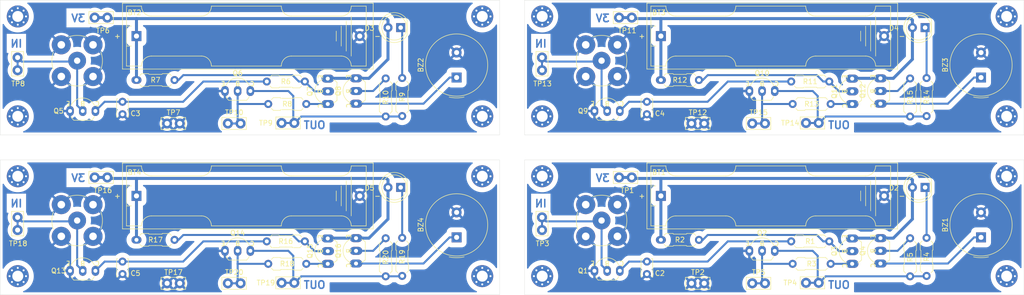
<source format=kicad_pcb>
(kicad_pcb (version 20241229) (generator "pcbnew") (generator_version "9.0")
  (layers (0 "F.Cu" signal) (2 "B.Cu" signal) (13 "F.Paste" user) (15 "B.Paste" user) (5 "F.SilkS" user "F.Silkscreen") (7 "B.SilkS" user "B.Silkscreen") (1 "F.Mask" user) (3 "B.Mask" user) (25 "Edge.Cuts" user))
  (net 0 "")
  (net 1 "/INPUT")
  (net 2 "GND")
  (net 3 "+3V")
  (net 4 "Net-(Q1-C)")
  (net 5 "Net-(D2-K)")
  (net 6 "/OUTPUT")
  (net 7 "Net-(Q3-C)")
  (net 8 "Net-(Q3-B)")
  (net 9 "Net-(BZ1-+)")
  (net 10 "Net-(Q4-B)")
  (net 11 "Net-(Q2-B)")
  (footprint "MountingHole:MountingHole_2.2mm_M2_Pad_Via" (layer "F.Cu") (at 143.1333 84.3667)
    (property "Reference" "H3" (hide yes))
    (property "Value" "MountingHole" (hide yes))
  )
  (footprint "PCM_Resistor_THT_AKL:R_Axial_DIN0207_L6.3mm_D2.5mm_P7.62mm_Horizontal" (layer "F.Cu") (at 107.9 113.9 180)
    (property "Reference" "R18")
    (property "Value" "100k" (hide yes))
  )
  (footprint "PCM_Resistor_THT_AKL:R_Axial_DIN0207_L6.3mm_D2.5mm_P7.62mm_Horizontal" (layer "F.Cu") (at 123.8 84.4 90)
    (property "Reference" "R10")
    (property "Value" "10k" (hide yes))
  )
  (footprint "MountingHole:MountingHole_2.2mm_M2_Pad_Via" (layer "F.Cu") (at 248.1333 96.3667)
    (property "Reference" "H1" (hide yes))
    (property "Value" "MountingHole" (hide yes))
  )
  (footprint "PCM_Resistor_THT_AKL:R_Axial_DIN0207_L6.3mm_D2.5mm_P7.62mm_Horizontal" (layer "F.Cu") (at 127.1 108.7 -90)
    (property "Reference" "R19")
    (property "Value" "47" (hide yes))
  )
  (footprint "MountingHole:MountingHole_2.2mm_M2_Pad_Via" (layer "F.Cu") (at 143.1333 96.3667)
    (property "Reference" "H13" (hide yes))
    (property "Value" "MountingHole" (hide yes))
  )
  (footprint "Capacitor_THT:C_Disc_D3.4mm_W2.1mm_P2.50mm" (layer "F.Cu") (at 176.1 81.45 -90)
    (property "Reference" "C4")
    (property "Value" "100nF")
  )
  (footprint "TestPoint:TestPoint_Bridge_Pitch2.54mm_Drill1.0mm" (layer "F.Cu") (at 155.1 72.6 -90)
    (property "Reference" "TP13")
    (property "Value" "TestPoint_Probe" (hide yes))
  )
  (footprint "PCM_Resistor_THT_AKL:R_Axial_DIN0207_L6.3mm_D2.5mm_P7.62mm_Horizontal" (layer "F.Cu") (at 228.8 84.4 90)
    (property "Reference" "R15")
    (property "Value" "10k" (hide yes))
  )
  (footprint "MountingHole:MountingHole_2.2mm_M2_Pad_Via" (layer "F.Cu") (at 50.1333 96.3667)
    (property "Reference" "H12" (hide yes))
    (property "Value" "MountingHole" (hide yes))
  )
  (footprint "MountingHole:MountingHole_2.2mm_M2_Pad_Via" (layer "F.Cu") (at 50.1333 84.3667)
    (property "Reference" "H2" (hide yes))
    (property "Value" "MountingHole" (hide yes))
  )
  (footprint "TestPoint:TestPoint_Bridge_Pitch2.54mm_Drill1.0mm" (layer "F.Cu") (at 197.2 85.8)
    (property "Reference" "TP15")
    (property "Value" "TestPoint_Probe" (hide yes))
  )
  (footprint "Library:TO-92_Inline_Wide_marcos" (layer "F.Cu") (at 117.86 81.84 90)
    (property "Reference" "Q8")
    (property "Value" "BC557" (hide yes))
  )
  (footprint "TestPoint:TestPoint_Bridge_Pitch2.54mm_Drill1.0mm" (layer "F.Cu") (at 68.07 96.6 180)
    (property "Reference" "TP16")
    (property "Value" "TestPoint_Probe" (hide yes))
  )
  (footprint "TestPoint:TestPoint_Bridge_Pitch2.54mm_Drill1.0mm" (layer "F.Cu") (at 50.1 72.6 -90)
    (property "Reference" "TP8")
    (property "Value" "TestPoint_Probe" (hide yes))
  )
  (footprint "LED_THT:LED_D5.0mm" (layer "F.Cu") (at 231.8 98.6 180)
    (property "Reference" "D2")
    (property "Value" "LED_Filled" (hide yes))
  )
  (footprint "PCM_Resistor_THT_AKL:R_Axial_DIN0207_L6.3mm_D2.5mm_P7.62mm_Horizontal" (layer "F.Cu") (at 99.99 109.4)
    (property "Reference" "R16")
    (property "Value" "100k" (hide yes))
  )
  (footprint "Library:TO-92_Inline_Wide_marcos" (layer "F.Cu") (at 117.86 113.84 90)
    (property "Reference" "Q16")
    (property "Value" "BC557" (hide yes))
  )
  (footprint "Capacitor_THT:C_Disc_D3.4mm_W2.1mm_P2.50mm" (layer "F.Cu") (at 71.1 113.45 -90)
    (property "Reference" "C5")
    (property "Value" "100nF")
  )
  (footprint "MountingHole:MountingHole_2.2mm_M2_Pad_Via" (layer "F.Cu") (at 248.1333 64.3667)
    (property "Reference" "H9" (hide yes))
    (property "Value" "MountingHole" (hide yes))
  )
  (footprint "Library:TO-92_Inline_Wide_EBC_2N-2222" (layer "F.Cu") (at 91.62 79.3)
    (property "Reference" "Q6")
    (property "Value" "2N2222A-TO92" (hide yes))
  )
  (footprint "PCM_Resistor_THT_AKL:R_Axial_DIN0207_L6.3mm_D2.5mm_P7.62mm_Horizontal" (layer "F.Cu") (at 178.9 109.1)
    (property "Reference" "R2")
    (property "Value" "1M" (hide yes))
  )
  (footprint "PCM_Resistor_THT_AKL:R_Axial_DIN0207_L6.3mm_D2.5mm_P7.62mm_Horizontal" (layer "F.Cu") (at 204.99 109.4)
    (property "Reference" "R1")
    (property "Value" "100k" (hide yes))
  )
  (footprint "MountingHole:MountingHole_2.2mm_M2_Pad_Via" (layer "F.Cu") (at 50.1333 64.3667)
    (property "Reference" "H4" (hide yes))
    (property "Value" "MountingHole" (hide yes))
  )
  (footprint "TestPoint:TestPoint_Bridge_Pitch2.54mm_Drill1.0mm" (layer "F.Cu") (at 210.5 117.7 180)
    (property "Reference" "TP4")
    (property "Value" "TestPoint_Probe" (hide yes))
  )
  (footprint "Library:TO-92_Inline_Wide_EBC_2N-2222" (layer "F.Cu") (at 60.6 115.3)
    (property "Reference" "Q13")
    (property "Value" "2N2222A-TO92" (hide yes))
  )
  (footprint "PCM_Resistor_THT_AKL:R_Axial_DIN0207_L6.3mm_D2.5mm_P7.62mm_Horizontal" (layer "F.Cu") (at 204.99 77.4)
    (property "Reference" "R11")
    (property "Value" "100k" (hide yes))
  )
  (footprint "Battery:BatteryHolder_Keystone_2466_1xAAA" (layer "F.Cu") (at 73.9 68.3)
    (property "Reference" "BT2")
    (property "Value" "3V")
  )
  (footprint "TestPoint:TestPoint_Bridge_Pitch2.54mm_Drill1.0mm" (layer "F.Cu") (at 68.07 64.6 180)
    (property "Reference" "TP6")
    (property "Value" "TestPoint_Probe" (hide yes))
  )
  (footprint "Library:TO-92_Inline_Wide_EBC_2N-2222" (layer "F.Cu") (at 165.6 83.3)
    (property "Reference" "Q9")
    (property "Value" "2N2222A-TO92" (hide yes))
  )
  (footprint "LED_THT:LED_D5.0mm" (layer "F.Cu") (at 126.8 98.6 180)
    (property "Reference" "D5")
    (property "Value" "LED_Filled" (hide yes))
  )
  (footprint "Battery:BatteryHolder_Keystone_2466_1xAAA" (layer "F.Cu") (at 178.9 68.3)
    (property "Reference" "BT3")
    (property "Value" "3V")
  )
  (footprint "Library:TO-92_Inline_Wide_marcos" (layer "F.Cu") (at 222.86 113.84 90)
    (property "Reference" "Q4")
    (property "Value" "BC557" (hide yes))
  )
  (footprint "Connector_Coaxial:BNC_TEConnectivity_1478204_Vertical" (layer "F.Cu") (at 167.025 73.225)
    (property "Reference" "AE4" (hide yes))
    (property "Value" "Antenna_Shield" (hide yes))
  )
  (footprint "MountingHole:MountingHole_2.2mm_M2_Pad_Via" (layer "F.Cu") (at 248.1333 84.3667)
    (property "Reference" "H7" (hide yes))
    (property "Value" "MountingHole" (hide yes))
  )
  (footprint "Connector_Coaxial:BNC_TEConnectivity_1478204_Vertical" (layer "F.Cu") (at 62.025 105.225)
    (property "Reference" "AE5" (hide yes))
    (property "Value" "Antenna_Shield" (hide yes))
  )
  (footprint "TestPoint:TestPoint_Bridge_Pitch2.54mm_Drill1.0mm" (layer "F.Cu") (at 185.03 85.8)
    (property "Reference" "TP12")
    (property "Value" "TestPoint_Probe" (hide yes))
  )
  (footprint "Connector_Coaxial:BNC_TEConnectivity_1478204_Vertical" (layer "F.Cu") (at 167.025 105.225)
    (property "Reference" "AE2" (hide yes))
    (property "Value" "Antenna_Shield" (hide yes))
  )
  (footprint "MountingHole:MountingHole_2.2mm_M2_Pad_Via" (layer "F.Cu") (at 248.1333 116.3667)
    (property "Reference" "H1" (hide yes))
    (property "Value" "MountingHole" (hide yes))
  )
  (footprint "PCM_Resistor_THT_AKL:R_Axial_DIN0207_L6.3mm_D2.5mm_P7.62mm_Horizontal" (layer "F.Cu") (at 99.99 77.4)
    (property "Reference" "R6")
    (property "Value" "100k" (hide yes))
  )
  (footprint "PCM_Resistor_THT_AKL:R_Axial_DIN0207_L6.3mm_D2.5mm_P7.62mm_Horizontal" (layer "F.Cu") (at 127.1 76.7 -90)
    (property "Reference" "R9")
    (property "Value" "47" (hide yes))
  )
  (footprint "MountingHole:MountingHole_2.2mm_M2_Pad_Via" (layer "F.Cu") (at 155.1333 64.3667)
    (property "Reference" "H8" (hide yes))
    (property "Value" "MountingHole" (hide yes))
  )
  (footprint "PCM_Resistor_THT_AKL:R_Axial_DIN0207_L6.3mm_D2.5mm_P7.62mm_Horizontal" (layer "F.Cu") (at 232.1 108.7 -90)
    (property "Reference" "R4")
    (property "Value" "47" (hide yes))
  )
  (footprint "PCM_Resistor_THT_AKL:R_Axial_DIN0207_L6.3mm_D2.5mm_P7.62mm_Horizontal" (layer "F.Cu") (at 73.9 77.1)
    (property "Reference" "R7")
    (property "Value" "1M" (hide yes))
  )
  (footprint "Buzzer_Beeper:Buzzer_TDK_PS1240P02BT_D12.2mm_H6.5mm" (layer "F.Cu") (at 243 108.6 90)
    (property "Reference" "BZ1")
    (property "Value" "Buzzer")
  )
  (footprint "TestPoint:TestPoint_Bridge_Pitch2.54mm_Drill1.0mm" (layer "F.Cu") (at 155.1 104.6 -90)
    (property "Reference" "TP3")
    (property "Value" "TestPoint_Probe" (hide yes))
  )
  (footprint "TestPoint:TestPoint_Bridge_Pitch2.54mm_Drill1.0mm" (layer "F.Cu") (at 50.1 104.6 -90)
    (property "Reference" "TP18")
    (property "Value" "TestPoint_Probe" (hide yes))
  )
  (footprint "Battery:BatteryHolder_Keystone_2466_1xAAA" (layer "F.Cu") (at 73.9 100.3)
    (property "Reference" "BT4")
    (property "Value" "3V")
  )
  (footprint "PCM_Resistor_THT_AKL:R_Axial_DIN0207_L6.3mm_D2.5mm_P7.62mm_Horizontal" (layer "F.Cu") (at 212.9 81.9 180)
    (property "Reference" "R13")
    (property "Value" "100k" (hide yes))
  )
  (footprint "Capacitor_THT:C_Disc_D3.4mm_W2.1mm_P2.50mm" (layer "F.Cu") (at 176.1 113.45 -90)
    (property "Reference" "C2")
    (property "Value" "100nF")
  )
  (footprint "TestPoint:TestPoint_Bridge_Pitch2.54mm_Drill1.0mm" (layer "F.Cu") (at 92.2 85.8)
    (property "Reference" "TP10")
    (property "Value" "TestPoint_Probe" (hide yes))
  )
  (footprint "Connector_Coaxial:BNC_TEConnectivity_1478204_Vertical" (layer "F.Cu") (at 62.025 73.225)
    (property "Reference" "AE3" (hide yes))
    (property "Value" "Antenna_Shield" (hide yes))
  )
  (footprint "MountingHole:MountingHole_2.2mm_M2_Pad_Via" (layer "F.Cu") (at 155.1333 96.3667)
    (property "Reference" "H1" (hide yes))
    (property "Value" "MountingHole" (hide yes))
  )
  (footprint "PCM_Resistor_THT_AKL:R_Axial_DIN0207_L6.3mm_D2.5mm_P7.62mm_Horizontal" (layer "F.Cu") (at 232.1 76.7 -90)
    (property "Reference" "R14")
    (property "Value" "47" (hide yes))
  )
  (footprint "TestPoint:TestPoint_Bridge_Pitch2.54mm_Drill1.0mm" (layer "F.Cu") (at 173.07 64.6 180)
    (property "Reference" "TP11")
    (property "Value" "TestPoint_Probe" (hide yes))
  )
  (footprint "MountingHole:MountingHole_2.2mm_M2_Pad_Via" (layer "F.Cu") (at 155.1333 84.3667)
    (property "Reference" "H6" (hide yes))
    (property "Value" "MountingHole" (hide yes))
  )
  (footprint "Library:TO-92_Inline_Wide_EBC_2N-2222" (layer "F.Cu") (at 60.6 83.3)
    (property "Reference" "Q5")
    (property "Value" "2N2222A-TO92" (hide yes))
  )
  (footprint "PCM_Resistor_THT_AKL:R_Axial_DIN0207_L6.3mm_D2.5mm_P7.62mm_Horizontal" (layer "F.Cu") (at 123.8 116.4 90)
    (property "Reference" "R20")
    (property "Value" "10k" (hide yes))
  )
  (footprint "PCM_Resistor_THT_AKL:R_Axial_DIN0207_L6.3mm_D2.5mm_P7.62mm_Horizontal" (layer "F.Cu") (at 212.9 113.9 180)
    (property "Reference" "R3")
    (property "Value" "100k" (hide yes))
  )
  (footprint "Buzzer_Beeper:Buzzer_TDK_PS1240P02BT_D12.2mm_H6.5mm" (layer "F.Cu") (at 138 76.6 90)
    (property "Reference" "BZ2")
    (property "Value" "Buzzer")
  )
  (footprint "Capacitor_THT:C_Disc_D3.4mm_W2.1mm_P2.50mm" (layer "F.Cu") (at 71.1 81.45 -90)
    (property "Reference" "C3")
    (property "Value" "100nF")
  )
  (footprint "TestPoint:TestPoint_Bridge_Pitch2.54mm_Drill1.0mm" (layer "F.Cu") (at 105.5 85.7 180)
    (property "Reference" "TP9")
    (property "Value" "TestPoint_Probe" (hide yes))
  )
  (footprint "TestPoint:TestPoint_Bridge_Pitch2.54mm_Drill1.0mm" (layer "F.Cu") (at 173.07 96.6 180)
    (property "Reference" "TP1")
    (property "Value" "TestPoint_Probe" (hide yes))
  )
  (footprint "Library:TO-92_Inline_Wide_EBC_2N-2222" (layer "F.Cu") (at 196.62 111.3)
    (property "Reference" "Q2")
    (property "Value" "2N2222A-TO92" (hide yes))
  )
  (footprint "LED_THT:LED_D5.0mm" (layer "F.Cu") (at 231.8 66.6 180)
    (property "Reference" "D4")
    (property "Value" "LED_Filled" (hide yes))
  )
  (footprint "PCM_Resistor_THT_AKL:R_Axial_DIN0207_L6.3mm_D2.5mm_P7.62mm_Horizontal" (layer "F.Cu") (at 73.9 109.1)
    (property "Reference" "R17")
    (property "Value" "1M" (hide yes))
  )
  (footprint "Library:TO-92_Inline_Wide_marcos" (layer "F.Cu") (at 217.2 81.9 90)
    (property "Reference" "Q11")
    (property "Value" "BC557" (hide yes))
  )
  (footprint "Buzzer_Beeper:Buzzer_TDK_PS1240P02BT_D12.2mm_H6.5mm" (layer "F.Cu") (at 138 108.6 90)
    (property "Reference" "BZ4")
    (property "Value" "Buzzer")
  )
  (footprint "MountingHole:MountingHole_2.2mm_M2_Pad_Via" (layer "F.Cu") (at 143.1333 64.3667)
    (property "Reference" "H5" (hide yes))
    (property "Value" "MountingHole" (hide yes))
  )
  (footprint "TestPoint:TestPoint_Bridge_Pitch2.54mm_Drill1.0mm" (layer "F.Cu") (at 210.5 85.7 180)
    (property "Reference" "TP14")
    (property "Value" "TestPoint_Probe" (hide yes))
  )
  (footprint "LED_THT:LED_D5.0mm" (layer "F.Cu") (at 126.8 66.6 180)
    (property "Reference" "D3")
    (property "Value" "LED_Filled" (hide yes))
  )
  (footprint "PCM_Resistor_THT_AKL:R_Axial_DIN0207_L6.3mm_D2.5mm_P7.62mm_Horizontal" (layer "F.Cu") (at 228.8 116.4 90)
    (property "Reference" "R5")
    (property "Value" "10k" (hide yes))
  )
  (footprint "Battery:BatteryHolder_Keystone_2466_1xAAA" (layer "F.Cu") (at 178.9 100.3)
    (property "Reference" "BT1")
    (property "Value" "3V")
  )
  (footprint "Buzzer_Beeper:Buzzer_TDK_PS1240P02BT_D12.2mm_H6.5mm" (layer "F.Cu") (at 243 76.6 90)
    (property "Reference" "BZ3")
    (property "Value" "Buzzer")
  )
  (footprint "MountingHole:MountingHole_2.2mm_M2_Pad_Via" (layer "F.Cu") (at 143.1333 116.3667)
    (property "Reference" "H11" (hide yes))
    (property "Value" "MountingHole" (hide yes))
  )
  (footprint "Library:TO-92_Inline_Wide_EBC_2N-2222" (layer "F.Cu") (at 91.62 111.3)
    (property "Reference" "Q14")
    (property "Value" "2N2222A-TO92" (hide yes))
  )
  (footprint "TestPoint:TestPoint_Bridge_Pitch2.54mm_Drill1.0mm" (layer "F.Cu") (at 92.2 117.8)
    (property "Reference" "TP20")
    (property "Value" "TestPoint_Probe" (hide yes))
  )
  (footprint "PCM_Resistor_THT_AKL:R_Axial_DIN0207_L6.3mm_D2.5mm_P7.62mm_Horizontal" (layer "F.Cu") (at 178.9 77.1)
    (property "Reference" "R12")
    (property "Value" "1M" (hide yes))
  )
  (footprint "Library:TO-92_Inline_Wide_marcos" (layer "F.Cu") (at 112.2 113.9 90)
    (property "Reference" "Q15")
    (property "Value" "BC557" (hide yes))
  )
  (footprint "MountingHole:MountingHole_2.2mm_M2_Pad_Via" (layer "F.Cu") (at 50.1333 116.3667)
    (property "Reference" "H10" (hide yes))
    (property "Value" "MountingHole" (hide yes))
  )
  (footprint "PCM_Resistor_THT_AKL:R_Axial_DIN0207_L6.3mm_D2.5mm_P7.62mm_Horizontal" (layer "F.Cu") (at 107.9 81.9 180)
    (property "Reference" "R8")
    (property "Value" "100k" (hide yes))
  )
  (footprint "Library:TO-92_Inline_Wide_EBC_2N-2222" (layer "F.Cu") (at 196.62 79.3)
    (property "Reference" "Q10")
    (property "Value" "2N2222A-TO92" (hide yes))
  )
  (footprint "TestPoint:TestPoint_Bridge_Pitch2.54mm_Drill1.0mm" (layer "F.Cu") (at 185.03 117.8)
    (property "Reference" "TP2")
    (property "Value" "TestPoint_Probe" (hide yes))
  )
  (footprint "Library:TO-92_Inline_Wide_marcos" (layer "F.Cu") (at 222.86 81.84 90)
    (property "Reference" "Q12")
    (property "Value" "BC557" (hide yes))
  )
  (footprint "TestPoint:TestPoint_Bridge_Pitch2.54mm_Drill1.0mm" (layer "F.Cu") (at 80.03 117.8)
    (property "Reference" "TP17")
    (property "Value" "TestPoint_Probe" (hide yes))
  )
  (footprint "Library:TO-92_Inline_Wide_EBC_2N-2222" (layer "F.Cu") (at 165.6 115.3)
    (property "Reference" "Q1")
    (property "Value" "2N2222A-TO92" (hide yes))
  )
  (footprint "TestPoint:TestPoint_Bridge_Pitch2.54mm_Drill1.0mm" (layer "F.Cu") (at 105.5 117.7 180)
    (property "Reference" "TP19")
    (property "Value" "TestPoint_Probe" (hide yes))
  )
  (footprint "TestPoint:TestPoint_Bridge_Pitch2.54mm_Drill1.0mm" (layer "F.Cu") (at 197.2 117.8)
    (property "Reference" "TP5")
    (property "Value" "TestPoint_Probe" (hide yes))
  )
  (footprint "MountingHole:MountingHole_2.2mm_M2_Pad_Via" (layer "F.Cu") (at 155.1333 116.3667)
    (property "Reference" "H1" (hide yes))
    (property "Value" "MountingHole" (hide yes))
  )
  (footprint "Library:TO-92_Inline_Wide_marcos" (layer "F.Cu") (at 217.2 113.9 90)
    (property "Reference" "Q3")
    (property "Value" "BC557" (hide yes))
  )
  (footprint "TestPoint:TestPoint_Bridge_Pitch2.54mm_Drill1.0mm" (layer "F.Cu") (at 80.03 85.8)
    (property "Reference" "TP7")
    (property "Value" "TestPoint_Probe" (hide yes))
  )
  (footprint "Library:TO-92_Inline_Wide_marcos" (layer "F.Cu") (at 112.2 81.9 90)
    (property "Reference" "Q7")
    (property "Value" "BC557" (hide yes))
  )
  (gr_rect (start 151.6 61.1) (end 251.6 88.1) (stroke (width 0.05)) (fill no) (layer "Edge.Cuts"))
  (gr_rect (start 46.6 93.1) (end 146.6 120.1) (stroke (width 0.05)) (fill no) (layer "Edge.Cuts"))
  (gr_rect (start 151.6 93.1) (end 251.6 120.1) (stroke (width 0.05)) (fill no) (layer "Edge.Cuts"))
  (gr_rect (start 46.6 61.1) (end 146.6 88.1) (stroke (width 0.05)) (fill no) (layer "Edge.Cuts"))
  (gr_text "3V" (at 63.8 97.6 0) (layer "B.Cu") (effects (font (size 1.5 1.5) (thickness 0.3) (bold yes)) (justify left bottom mirror)))
  (gr_text "3V" (at 168.8 65.6 0) (layer "B.Cu") (effects (font (size 1.5 1.5) (thickness 0.3) (bold yes)) (justify left bottom mirror)))
  (gr_text "IN" (at 51.2 102.7 0) (layer "B.Cu") (effects (font (size 1.5 1.5) (thickness 0.3) (bold yes)) (justify left bottom mirror)))
  (gr_text "OUT" (at 111.9 87 0) (layer "B.Cu") (effects (font (size 1.5 1.5) (thickness 0.3) (bold yes)) (justify left bottom mirror)))
  (gr_text "IN" (at 51.2 70.7 0) (layer "B.Cu") (effects (font (size 1.5 1.5) (thickness 0.3) (bold yes)) (justify left bottom mirror)))
  (gr_text "OUT" (at 216.9 87 0) (layer "B.Cu") (effects (font (size 1.5 1.5) (thickness 0.3) (bold yes)) (justify left bottom mirror)))
  (gr_text "IN" (at 156.2 102.7 0) (layer "B.Cu") (effects (font (size 1.5 1.5) (thickness 0.3) (bold yes)) (justify left bottom mirror)))
  (gr_text "IN" (at 156.2 70.7 0) (layer "B.Cu") (effects (font (size 1.5 1.5) (thickness 0.3) (bold yes)) (justify left bottom mirror)))
  (gr_text "OUT" (at 111.9 119 0) (layer "B.Cu") (effects (font (size 1.5 1.5) (thickness 0.3) (bold yes)) (justify left bottom mirror)))
  (gr_text "3V" (at 63.8 65.6 0) (layer "B.Cu") (effects (font (size 1.5 1.5) (thickness 0.3) (bold yes)) (justify left bottom mirror)))
  (gr_text "3V" (at 168.8 97.6 0) (layer "B.Cu") (effects (font (size 1.5 1.5) (thickness 0.3) (bold yes)) (justify left bottom mirror)))
  (gr_text "OUT" (at 216.9 119 0) (layer "B.Cu") (effects (font (size 1.5 1.5) (thickness 0.3) (bold yes)) (justify left bottom mirror)))
  (segment (start 63.14 83.3) (end 62.025 82.185) (width 0.4) (layer "B.Cu") (net 1))
  (segment (start 155.1 104.6) (end 155.1 107.14) (width 0.4) (layer "B.Cu") (net 1))
  (segment (start 61.85 105.4) (end 62.025 105.225) (width 0.4) (layer "B.Cu") (net 1))
  (segment (start 63.14 115.3) (end 62.025 114.185) (width 0.4) (layer "B.Cu") (net 1))
  (segment (start 155.1 72.6) (end 155.1 75.14) (width 0.4) (layer "B.Cu") (net 1))
  (segment (start 155.1 104.6) (end 155.9 105.4) (width 0.4) (layer "B.Cu") (net 1))
  (segment (start 62.025 114.185) (end 62.025 105.225) (width 0.4) (layer "B.Cu") (net 1))
  (segment (start 168.14 83.3) (end 167.025 82.185) (width 0.4) (layer "B.Cu") (net 1))
  (segment (start 166.85 105.4) (end 167.025 105.225) (width 0.4) (layer "B.Cu") (net 1))
  (segment (start 61.85 73.4) (end 62.025 73.225) (width 0.4) (layer "B.Cu") (net 1))
  (segment (start 155.1 72.6) (end 155.9 73.4) (width 0.4) (layer "B.Cu") (net 1))
  (segment (start 155.9 105.4) (end 166.85 105.4) (width 0.4) (layer "B.Cu") (net 1))
  (segment (start 168.14 115.3) (end 167.025 114.185) (width 0.4) (layer "B.Cu") (net 1))
  (segment (start 62.025 82.185) (end 62.025 73.225) (width 0.4) (layer "B.Cu") (net 1))
  (segment (start 167.025 114.185) (end 167.025 105.225) (width 0.4) (layer "B.Cu") (net 1))
  (segment (start 50.1 104.6) (end 50.9 105.4) (width 0.4) (layer "B.Cu") (net 1))
  (segment (start 50.1 104.6) (end 50.1 107.14) (width 0.4) (layer "B.Cu") (net 1))
  (segment (start 166.85 73.4) (end 167.025 73.225) (width 0.4) (layer "B.Cu") (net 1))
  (segment (start 50.9 73.4) (end 61.85 73.4) (width 0.4) (layer "B.Cu") (net 1))
  (segment (start 50.1 72.6) (end 50.9 73.4) (width 0.4) (layer "B.Cu") (net 1))
  (segment (start 50.9 105.4) (end 61.85 105.4) (width 0.4) (layer "B.Cu") (net 1))
  (segment (start 50.1 72.6) (end 50.1 75.14) (width 0.4) (layer "B.Cu") (net 1))
  (segment (start 155.9 73.4) (end 166.85 73.4) (width 0.4) (layer "B.Cu") (net 1))
  (segment (start 167.025 82.185) (end 167.025 73.225) (width 0.4) (layer "B.Cu") (net 1))
  (segment (start 119.2 108.76) (end 112.26 108.76) (width 0.6) (layer "B.Cu") (net 3))
  (segment (start 228.96 96.8) (end 229.26 97.1) (width 0.6) (layer "B.Cu") (net 3))
  (segment (start 73.9 64.8) (end 123.96 64.8) (width 0.6) (layer "B.Cu") (net 3))
  (segment (start 120.44 76.76) (end 119.2 76.76) (width 0.6) (layer "B.Cu") (net 3))
  (segment (start 178.9 100.3) (end 178.9 109.1) (width 0.6) (layer "B.Cu") (net 3))
  (segment (start 173.8 96.8) (end 178.9 96.8) (width 0.6) (layer "B.Cu") (net 3))
  (segment (start 73.9 96.8) (end 123.96 96.8) (width 0.6) (layer "B.Cu") (net 3))
  (segment (start 73.9 68.3) (end 73.9 77.1) (width 0.6) (layer "B.Cu") (net 3))
  (segment (start 229.26 66.6) (end 229.26 72.94) (width 0.6) (layer "B.Cu") (net 3))
  (segment (start 229.26 98.6) (end 229.26 104.94) (width 0.6) (layer "B.Cu") (net 3))
  (segment (start 178.9 68.3) (end 178.9 64.8) (width 0.6) (layer "B.Cu") (net 3))
  (segment (start 112.26 76.76) (end 112.2 76.82) (width 0.6) (layer "B.Cu") (net 3))
  (segment (start 170.53 96.6) (end 173.07 96.6) (width 0.6) (layer "B.Cu") (net 3))
  (segment (start 68.8 96.8) (end 73.9 96.8) (width 0.6) (layer "B.Cu") (net 3))
  (segment (start 73.9 100.3) (end 73.9 96.8) (width 0.6) (layer "B.Cu") (net 3))
  (segment (start 170.53 64.6) (end 173.07 64.6) (width 0.6) (layer "B.Cu") (net 3))
  (segment (start 124.26 66.6) (end 124.26 72.94) (width 0.6) (layer "B.Cu") (net 3))
  (segment (start 229.26 72.94) (end 225.44 76.76) (width 0.6) (layer "B.Cu") (net 3))
  (segment (start 120.44 108.76) (end 119.2 108.76) (width 0.6) (layer "B.Cu") (net 3))
  (segment (start 173.8 64.8) (end 178.9 64.8) (width 0.6) (layer "B.Cu") (net 3))
  (segment (start 123.96 96.8) (end 124.26 97.1) (width 0.6) (layer "B.Cu") (net 3))
  (segment (start 124.26 97.1) (end 124.26 98.6) (width 0.6) (layer "B.Cu") (net 3))
  (segment (start 124.26 98.6) (end 124.26 104.94) (width 0.6) (layer "B.Cu") (net 3))
  (segment (start 224.2 108.76) (end 217.26 108.76) (width 0.6) (layer "B.Cu") (net 3))
  (segment (start 224.2 76.76) (end 217.26 76.76) (width 0.6) (layer "B.Cu") (net 3))
  (segment (start 124.26 72.94) (end 120.44 76.76) (width 0.6) (layer "B.Cu") (net 3))
  (segment (start 229.26 97.1) (end 229.26 98.6) (width 0.6) (layer "B.Cu") (net 3))
  (segment (start 68.1 96.1) (end 68.8 96.8) (width 0.6) (layer "B.Cu") (net 3))
  (segment (start 119.2 108.76) (end 117.86 108.76) (width 0.6) (layer "B.Cu") (net 3))
  (segment (start 124.26 65.1) (end 124.26 66.6) (width 0.6) (layer "B.Cu") (net 3))
  (segment (start 123.96 64.8) (end 124.26 65.1) (width 0.6) (layer "B.Cu") (net 3))
  (segment (start 124.26 104.94) (end 120.44 108.76) (width 0.6) (layer "B.Cu") (net 3))
  (segment (start 225.44 108.76) (end 224.2 108.76) (width 0.6) (layer "B.Cu") (net 3))
  (segment (start 68.8 64.8) (end 73.9 64.8) (width 0.6) (layer "B.Cu") (net 3))
  (segment (start 73.9 100.3) (end 73.9 109.1) (width 0.6) (layer "B.Cu") (net 3))
  (segment (start 119.2 76.76) (end 117.86 76.76) (width 0.6) (layer "B.Cu") (net 3))
  (segment (start 224.2 108.76) (end 222.86 108.76) (width 0.6) (layer "B.Cu") (net 3))
  (segment (start 178.9 100.3) (end 178.9 96.8) (width 0.6) (layer "B.Cu") (net 3))
  (segment (start 65.53 96.6) (end 68.07 96.6) (width 0.6) (layer "B.Cu") (net 3))
  (segment (start 229.26 104.94) (end 225.44 108.76) (width 0.6) (layer "B.Cu") (net 3))
  (segment (start 173.1 96.1) (end 173.8 96.8) (width 0.6) (layer "B.Cu") (net 3))
  (segment (start 224.2 76.76) (end 222.86 76.76) (width 0.6) (layer "B.Cu") (net 3))
  (segment (start 112.26 108.76) (end 112.2 108.82) (width 0.6) (layer "B.Cu") (net 3))
  (segment (start 119.2 76.76) (end 112.26 76.76) (width 0.6) (layer "B.Cu") (net 3))
  (segment (start 228.96 64.8) (end 229.26 65.1) (width 0.6) (layer "B.Cu") (net 3))
  (segment (start 217.26 76.76) (end 217.2 76.82) (width 0.6) (layer "B.Cu") (net 3))
  (segment (start 73.9 68.3) (end 73.9 64.8) (width 0.6) (layer "B.Cu") (net 3))
  (segment (start 178.9 96.8) (end 228.96 96.8) (width 0.6) (layer "B.Cu") (net 3))
  (segment (start 65.53 64.6) (end 68.07 64.6) (width 0.6) (layer "B.Cu") (net 3))
  (segment (start 178.9 68.3) (end 178.9 77.1) (width 0.6) (layer "B.Cu") (net 3))
  (segment (start 225.44 76.76) (end 224.2 76.76) (width 0.6) (layer "B.Cu") (net 3))
  (segment (start 68.1 64.1) (end 68.8 64.8) (width 0.6) (layer "B.Cu") (net 3))
  (segment (start 178.9 64.8) (end 228.96 64.8) (width 0.6) (layer "B.Cu") (net 3))
  (segment (start 217.26 108.76) (end 217.2 108.82) (width 0.6) (layer "B.Cu") (net 3))
  (segment (start 229.26 65.1) (end 229.26 66.6) (width 0.6) (layer "B.Cu") (net 3))
  (segment (start 173.1 64.1) (end 173.8 64.8) (width 0.6) (layer "B.Cu") (net 3))
  (segment (start 99.99 109.4) (end 87.2964 109.4) (width 0.4) (layer "B.Cu") (net 4))
  (segment (start 204.99 109.4) (end 192.2964 109.4) (width 0.4) (layer "B.Cu") (net 4))
  (segment (start 170.68 115.3) (end 172.53 113.45) (width 0.4) (layer "B.Cu") (net 4))
  (segment (start 67.53 81.45) (end 71.1 81.45) (width 0.4) (layer "B.Cu") (net 4))
  (segment (start 83.2464 113.45) (end 71.1 113.45) (width 0.4) (layer "B.Cu") (net 4))
  (segment (start 87.2964 109.4) (end 83.2464 113.45) (width 0.4) (layer "B.Cu") (net 4))
  (segment (start 65.68 115.3) (end 67.53 113.45) (width 0.4) (layer "B.Cu") (net 4))
  (segment (start 99.99 77.4) (end 87.2964 77.4) (width 0.4) (layer "B.Cu") (net 4))
  (segment (start 65.68 83.3) (end 67.53 81.45) (width 0.4) (layer "B.Cu") (net 4))
  (segment (start 188.2464 113.45) (end 176.1 113.45) (width 0.4) (layer "B.Cu") (net 4))
  (segment (start 67.53 113.45) (end 71.1 113.45) (width 0.4) (layer "B.Cu") (net 4))
  (segment (start 204.99 77.4) (end 192.2964 77.4) (width 0.4) (layer "B.Cu") (net 4))
  (segment (start 87.2964 77.4) (end 83.2464 81.45) (width 0.4) (layer "B.Cu") (net 4))
  (segment (start 170.68 83.3) (end 172.53 81.45) (width 0.4) (layer "B.Cu") (net 4))
  (segment (start 188.2464 81.45) (end 176.1 81.45) (width 0.4) (layer "B.Cu") (net 4))
  (segment (start 192.2964 77.4) (end 188.2464 81.45) (width 0.4) (layer "B.Cu") (net 4))
  (segment (start 172.53 113.45) (end 176.1 113.45) (width 0.4) (layer "B.Cu") (net 4))
  (segment (start 172.53 81.45) (end 176.1 81.45) (width 0.4) (layer "B.Cu") (net 4))
  (segment (start 83.2464 81.45) (end 71.1 81.45) (width 0.4) (layer "B.Cu") (net 4))
  (segment (start 192.2964 109.4) (end 188.2464 113.45) (width 0.4) (layer "B.Cu") (net 4))
  (segment (start 127.1 66.9) (end 127.1 76.7) (width 0.4) (layer "B.Cu") (net 5))
  (segment (start 127.1 98.9) (end 127.1 108.7) (width 0.4) (layer "B.Cu") (net 5))
  (segment (start 126.8 98.6) (end 127.1 98.9) (width 0.4) (layer "B.Cu") (net 5))
  (segment (start 232.1 66.9) (end 232.1 76.7) (width 0.4) (layer "B.Cu") (net 5))
  (segment (start 126.8 66.6) (end 127.1 66.9) (width 0.4) (layer "B.Cu") (net 5))
  (segment (start 231.8 98.6) (end 232.1 98.9) (width 0.4) (layer "B.Cu") (net 5))
  (segment (start 231.8 66.6) (end 232.1 66.9) (width 0.4) (layer "B.Cu") (net 5))
  (segment (start 232.1 98.9) (end 232.1 108.7) (width 0.4) (layer "B.Cu") (net 5))
  (segment (start 96.7 79.3) (end 104.3 79.3) (width 0.4) (layer "B.Cu") (net 6))
  (segment (start 210.3 80.3) (end 210.3 85.6) (width 0.4) (layer "B.Cu") (net 6))
  (segment (start 105.3 80.3) (end 105.3 85.6) (width 0.4) (layer "B.Cu") (net 6))
  (segment (start 210.4 117.7) (end 210.5 117.7) (width 0.4) (layer "B.Cu") (net 6))
  (segment (start 105.5 117.7) (end 102.96 117.7) (width 0.4) (layer "B.Cu") (net 6))
  (segment (start 105.5 117.7) (end 105.6 117.7) (width 0.4) (layer "B.Cu") (net 6))
  (segment (start 105.4 117.7) (end 105.5 117.7) (width 0.4) (layer "B.Cu") (net 6))
  (segment (start 210.4 85.7) (end 210.5 85.7) (width 0.4) (layer "B.Cu") (net 6))
  (segment (start 105.5 85.7) (end 105.6 85.7) (width 0.4) (layer "B.Cu") (net 6))
  (segment (start 201.7 79.3) (end 209.3 79.3) (width 0.4) (layer "B.Cu") (net 6))
  (segment (start 104.3 79.3) (end 105.3 80.3) (width 0.4) (layer "B.Cu") (net 6))
  (segment (start 210.3 85.6) (end 210.4 85.7) (width 0.4) (layer "B.Cu") (net 6))
  (segment (start 232.02 116.4) (end 232.1 116.32) (width 0.4) (layer "B.Cu") (net 6))
  (segment (start 209.3 79.3) (end 210.3 80.3) (width 0.4) (layer "B.Cu") (net 6))
  (segment (start 228.8 116.4) (end 232.02 116.4) (width 0.4) (layer "B.Cu") (net 6))
  (segment (start 210.5 85.7) (end 207.96 85.7) (width 0.4) (layer "B.Cu") (net 6))
  (segment (start 210.6 85.7) (end 211.9 84.4) (width 0.4) (layer "B.Cu") (net 6))
  (segment (start 105.5 85.7) (end 102.96 85.7) (width 0.4) (layer "B.Cu") (net 6))
  (segment (start 232.02 84.4) (end 232.1 84.32) (width 0.4) (layer "B.Cu") (net 6))
  (segment (start 127.02 84.4) (end 127.1 84.32) (width 0.4) (layer "B.Cu") (net 6))
  (segment (start 105.4 85.7) (end 105.5 85.7) (width 0.4) (layer "B.Cu") (net 6))
  (segment (start 105.6 85.7) (end 106.9 84.4) (width 0.4) (layer "B.Cu") (net 6))
  (segment (start 123.8 84.4) (end 127.02 84.4) (width 0.4) (layer "B.Cu") (net 6))
  (segment (start 127.02 116.4) (end 127.1 116.32) (width 0.4) (layer "B.Cu") (net 6))
  (segment (start 210.3 112.3) (end 210.3 117.6) (width 0.4) (layer "B.Cu") (net 6))
  (segment (start 210.5 117.7) (end 210.6 117.7) (width 0.4) (layer "B.Cu") (net 6))
  (segment (start 210.5 85.7) (end 210.6 85.7) (width 0.4) (layer "B.Cu") (net 6))
  (segment (start 211.9 84.4) (end 228.8 84.4) (width 0.4) (layer "B.Cu") (net 6))
  (segment (start 105.3 112.3) (end 105.3 117.6) (width 0.4) (layer "B.Cu") (net 6))
  (segment (start 201.7 111.3) (end 209.3 111.3) (width 0.4) (layer "B.Cu") (net 6))
  (segment (start 106.9 116.4) (end 123.8 116.4) (width 0.4) (layer "B.Cu") (net 6))
  (segment (start 96.7 111.3) (end 104.3 111.3) (width 0.4) (layer "B.Cu") (net 6))
  (segment (start 228.8 84.4) (end 232.02 84.4) (width 0.4) (layer "B.Cu") (net 6))
  (segment (start 210.3 117.6) (end 210.4 117.7) (width 0.4) (layer "B.Cu") (net 6))
  (segment (start 123.8 116.4) (end 127.02 116.4) (width 0.4) (layer "B.Cu") (net 6))
  (segment (start 210.5 117.7) (end 207.96 117.7) (width 0.4) (layer "B.Cu") (net 6))
  (segment (start 106.9 84.4) (end 123.8 84.4) (width 0.4) (layer "B.Cu") (net 6))
  (segment (start 104.3 111.3) (end 105.3 112.3) (width 0.4) (layer "B.Cu") (net 6))
  (segment (start 105.3 117.6) (end 105.4 117.7) (width 0.4) (layer "B.Cu") (net 6))
  (segment (start 209.3 111.3) (end 210.3 112.3) (width 0.4) (layer "B.Cu") (net 6))
  (segment (start 105.6 117.7) (end 106.9 116.4) (width 0.4) (layer "B.Cu") (net 6))
  (segment (start 105.3 85.6) (end 105.4 85.7) (width 0.4) (layer "B.Cu") (net 6))
  (segment (start 210.6 117.7) (end 211.9 116.4) (width 0.4) (layer "B.Cu") (net 6))
  (segment (start 211.9 116.4) (end 228.8 116.4) (width 0.4) (layer "B.Cu") (net 6))
  (segment (start 217.2 81.9) (end 212.9 81.9) (width 0.4) (layer "B.Cu") (net 7))
  (segment (start 112.2 113.9) (end 107.9 113.9) (width 0.4) (layer "B.Cu") (net 7))
  (segment (start 217.2 113.9) (end 212.9 113.9) (width 0.4) (layer "B.Cu") (net 7))
  (segment (start 112.2 81.9) (end 107.9 81.9) (width 0.4) (layer "B.Cu") (net 7))
  (segment (start 186.52 77.1) (end 187.3017 77.1) (width 0.4) (layer "B.Cu") (net 8))
  (segment (start 106.4083 109.4) (end 107.61 109.4) (width 0.4) (layer "B.Cu") (net 8))
  (segment (start 83.2812 76.1205) (end 105.1288 76.1205) (width 0.4) (layer "B.Cu") (net 8))
  (segment (start 109.57 79.36) (end 107.61 77.4) (width 0.4) (layer "B.Cu") (net 8))
  (segment (start 188.2812 108.1205) (end 210.1288 108.1205) (width 0.4) (layer "B.Cu") (net 8))
  (segment (start 211.4083 77.4) (end 212.61 77.4) (width 0.4) (layer "B.Cu") (net 8))
  (segment (start 109.57 111.36) (end 107.61 109.4) (width 0.4) (layer "B.Cu") (net 8))
  (segment (start 210.1288 108.1205) (end 211.4083 109.4) (width 0.4) (layer "B.Cu") (net 8))
  (segment (start 188.2812 76.1205) (end 210.1288 76.1205) (width 0.4) (layer "B.Cu") (net 8))
  (segment (start 81.52 109.1) (end 82.3017 109.1) (width 0.4) (layer "B.Cu") (net 8))
  (segment (start 112.2 79.36) (end 109.57 79.36) (width 0.4) (layer "B.Cu") (net 8))
  (segment (start 211.4083 109.4) (end 212.61 109.4) (width 0.4) (layer "B.Cu") (net 8))
  (segment (start 187.3017 109.1) (end 188.2812 108.1205) (width 0.4) (layer "B.Cu") (net 8))
  (segment (start 187.3017 77.1) (end 188.2812 76.1205) (width 0.4) (layer "B.Cu") (net 8))
  (segment (start 105.1288 76.1205) (end 106.4083 77.4) (width 0.4) (layer "B.Cu") (net 8))
  (segment (start 106.4083 77.4) (end 107.61 77.4) (width 0.4) (layer "B.Cu") (net 8))
  (segment (start 217.2 79.36) (end 214.57 79.36) (width 0.4) (layer "B.Cu") (net 8))
  (segment (start 82.3017 77.1) (end 83.2812 76.1205) (width 0.4) (layer "B.Cu") (net 8))
  (segment (start 186.52 109.1) (end 187.3017 109.1) (width 0.4) (layer "B.Cu") (net 8))
  (segment (start 210.1288 76.1205) (end 211.4083 77.4) (width 0.4) (layer "B.Cu") (net 8))
  (segment (start 81.52 77.1) (end 82.3017 77.1) (width 0.4) (layer "B.Cu") (net 8))
  (segment (start 82.3017 109.1) (end 83.2812 108.1205) (width 0.4) (layer "B.Cu") (net 8))
  (segment (start 112.2 111.36) (end 109.57 111.36) (width 0.4) (layer "B.Cu") (net 8))
  (segment (start 105.1288 108.1205) (end 106.4083 109.4) (width 0.4) (layer "B.Cu") (net 8))
  (segment (start 214.57 111.36) (end 212.61 109.4) (width 0.4) (layer "B.Cu") (net 8))
  (segment (start 217.2 111.36) (end 214.57 111.36) (width 0.4) (layer "B.Cu") (net 8))
  (segment (start 83.2812 108.1205) (end 105.1288 108.1205) (width 0.4) (layer "B.Cu") (net 8))
  (segment (start 214.57 79.36) (end 212.61 77.4) (width 0.4) (layer "B.Cu") (net 8))
  (segment (start 138 76.6) (end 136.5983 76.6) (width 0.4) (layer "B.Cu") (net 9))
  (segment (start 236.3583 81.84) (end 241.5983 76.6) (width 0.4) (layer "B.Cu") (net 9))
  (segment (start 222.86 81.84) (end 236.3583 81.84) (width 0.4) (layer "B.Cu") (net 9))
  (segment (start 243 108.6) (end 241.5983 108.6) (width 0.4) (layer "B.Cu") (net 9))
  (segment (start 138 108.6) (end 136.5983 108.6) (width 0.4) (layer "B.Cu") (net 9))
  (segment (start 131.3583 113.84) (end 136.5983 108.6) (width 0.4) (layer "B.Cu") (net 9))
  (segment (start 117.86 81.84) (end 131.3583 81.84) (width 0.4) (layer "B.Cu") (net 9))
  (segment (start 236.3583 113.84) (end 241.5983 108.6) (width 0.4) (layer "B.Cu") (net 9))
  (segment (start 117.86 113.84) (end 131.3583 113.84) (width 0.4) (layer "B.Cu") (net 9))
  (segment (start 131.3583 81.84) (end 136.5983 76.6) (width 0.4) (layer "B.Cu") (net 9))
  (segment (start 222.86 113.84) (end 236.3583 113.84) (width 0.4) (layer "B.Cu") (net 9))
  (segment (start 243 76.6) (end 241.5983 76.6) (width 0.4) (layer "B.Cu") (net 9))
  (segment (start 117.86 79.3) (end 121.28 79.3) (width 0.4) (layer "B.Cu") (net 10))
  (segment (start 222.86 79.3) (end 226.28 79.3) (width 0.4) (layer "B.Cu") (net 10))
  (segment (start 117.86 111.3) (end 121.28 111.3) (width 0.4) (layer "B.Cu") (net 10))
  (segment (start 121.28 111.3) (end 123.8 108.78) (width 0.4) (layer "B.Cu") (net 10))
  (segment (start 226.28 111.3) (end 228.8 108.78) (width 0.4) (layer "B.Cu") (net 10))
  (segment (start 226.28 79.3) (end 228.8 76.78) (width 0.4) (layer "B.Cu") (net 10))
  (segment (start 121.28 79.3) (end 123.8 76.78) (width 0.4) (layer "B.Cu") (net 10))
  (segment (start 222.86 111.3) (end 226.28 111.3) (width 0.4) (layer "B.Cu") (net 10))
  (segment (start 199.16 81.9) (end 199.16 85.12) (width 0.4) (layer "B.Cu") (net 11))
  (segment (start 94.16 79.3) (end 93.5842 79.3) (width 0.4) (layer "B.Cu") (net 11))
  (segment (start 197.2 85.8) (end 199.74 85.8) (width 0.4) (layer "B.Cu") (net 11))
  (segment (start 94.16 117.12) (end 94.74 117.7) (width 0.4) (layer "B.Cu") (net 11))
  (segment (start 199.16 79.3) (end 198.5842 79.3) (width 0.4) (layer "B.Cu") (net 11))
  (segment (start 199.74 85.7) (end 199.74 85.8) (width 0.4) (layer "B.Cu") (net 11))
  (segment (start 92.2 117.8) (end 94.74 117.8) (width 0.4) (layer "B.Cu") (net 11))
  (segment (start 94.16 85.12) (end 94.74 85.7) (width 0.4) (layer "B.Cu") (net 11))
  (segment (start 199.16 85.12) (end 199.74 85.7) (width 0.4) (layer "B.Cu") (net 11))
  (segment (start 199.74 117.7) (end 199.74 117.8) (width 0.4) (layer "B.Cu") (net 11))
  (segment (start 94.74 85.7) (end 94.74 85.8) (width 0.4) (layer "B.Cu") (net 11))
  (segment (start 205.28 113.9) (end 199.16 113.9) (width 0.4) (layer "B.Cu") (net 11))
  (segment (start 199.16 111.3) (end 198.5842 111.3) (width 0.4) (layer "B.Cu") (net 11))
  (segment (start 92.2 85.8) (end 94.74 85.8) (width 0.4) (layer "B.Cu") (net 11))
  (segment (start 94.16 81.9) (end 94.16 85.12) (width 0.4) (layer "B.Cu") (net 11))
  (segment (start 205.28 81.9) (end 199.16 81.9) (width 0.4) (layer "B.Cu") (net 11))
  (segment (start 94.74 117.7) (end 94.74 117.8) (width 0.4) (layer "B.Cu") (net 11))
  (segment (start 199.16 113.9) (end 199.16 117.12) (width 0.4) (layer "B.Cu") (net 11))
  (segment (start 100.28 113.9) (end 94.16 113.9) (width 0.4) (layer "B.Cu") (net 11))
  (segment (start 197.2 117.8) (end 199.74 117.8) (width 0.4) (layer "B.Cu") (net 11))
  (segment (start 94.16 113.9) (end 94.16 117.12) (width 0.4) (layer "B.Cu") (net 11))
  (segment (start 199.16 117.12) (end 199.74 117.7) (width 0.4) (layer "B.Cu") (net 11))
  (segment (start 100.28 81.9) (end 94.16 81.9) (width 0.4) (layer "B.Cu") (net 11))
  (segment (start 199.16 79.3) (end 199.16 81.9) (width 0.4) (layer "B.Cu") (net 11))
  (segment (start 94.16 111.3) (end 94.16 113.9) (width 0.4) (layer "B.Cu") (net 11))
  (segment (start 94.16 111.3) (end 93.5842 111.3) (width 0.4) (layer "B.Cu") (net 11))
  (segment (start 199.16 111.3) (end 199.16 113.9) (width 0.4) (layer "B.Cu") (net 11))
  (segment (start 94.16 79.3) (end 94.16 81.9) (width 0.4) (layer "B.Cu") (net 11))
  (zone (net 2) (net_name "GND") (layer "B.Cu") (connect_pads (clearance 1)) (min_thickness 0.25) (fill yes (thermal_gap 0.5) (thermal_bridge_width 0.5))
    (polygon (pts (xy 151.6 93.1) (xy 251.6 93.1) (xy 251.6 120.1) (xy 151.6 120.1)))
  )
  (zone (net 2) (net_name "GND") (layer "B.Cu") (connect_pads (clearance 1)) (min_thickness 0.25) (fill yes (thermal_gap 0.5) (thermal_bridge_width 0.5))
    (polygon (pts (xy 46.6 61.1) (xy 146.6 61.1) (xy 146.6 88.1) (xy 46.6 88.1)))
  )
  (zone (net 2) (net_name "GND") (layer "B.Cu") (connect_pads (clearance 1)) (min_thickness 0.25) (fill yes (thermal_gap 0.5) (thermal_bridge_width 0.5))
    (polygon (pts (xy 151.6 61.1) (xy 251.6 61.1) (xy 251.6 88.1) (xy 151.6 88.1)))
  )
  (zone (net 2) (net_name "GND") (layer "B.Cu") (connect_pads (clearance 1)) (min_thickness 0.25) (fill yes (thermal_gap 0.5) (thermal_bridge_width 0.5))
    (polygon (pts (xy 46.6 93.1) (xy 146.6 93.1) (xy 146.6 120.1) (xy 46.6 120.1)))
  )
)
</source>
